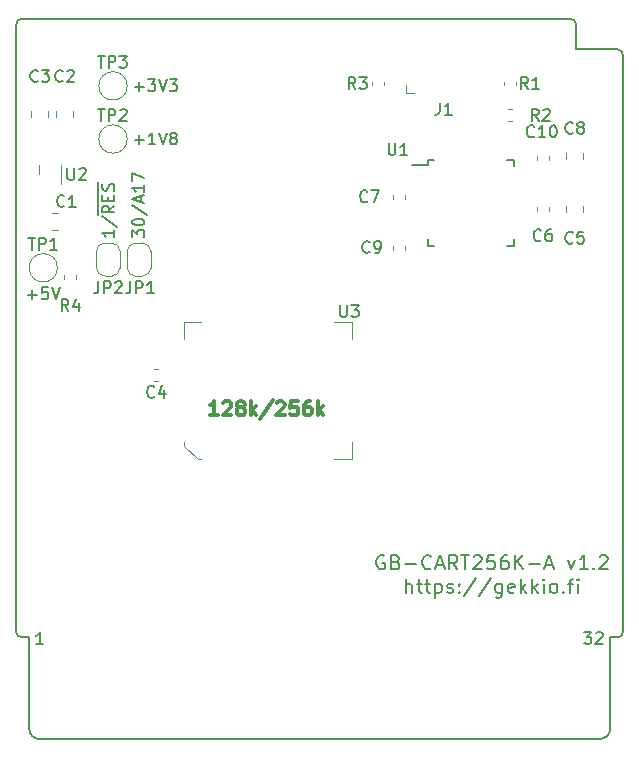
<source format=gbr>
G04 #@! TF.GenerationSoftware,KiCad,Pcbnew,5.1.5-52549c5~84~ubuntu19.10.1*
G04 #@! TF.CreationDate,2020-02-14T19:30:31+02:00*
G04 #@! TF.ProjectId,GB-CART256K-A,47422d43-4152-4543-9235-364b2d412e6b,v1.2*
G04 #@! TF.SameCoordinates,Original*
G04 #@! TF.FileFunction,Legend,Top*
G04 #@! TF.FilePolarity,Positive*
%FSLAX46Y46*%
G04 Gerber Fmt 4.6, Leading zero omitted, Abs format (unit mm)*
G04 Created by KiCad (PCBNEW 5.1.5-52549c5~84~ubuntu19.10.1) date 2020-02-14 19:30:31*
%MOMM*%
%LPD*%
G04 APERTURE LIST*
%ADD10C,0.150000*%
%ADD11C,0.300000*%
%ADD12C,0.200000*%
%ADD13C,0.120000*%
G04 APERTURE END LIST*
D10*
X74800000Y-91400000D02*
G75*
G02X74300000Y-90900000I0J500000D01*
G01*
X74300000Y-39500000D02*
G75*
G02X74800000Y-39000000I500000J0D01*
G01*
X121200000Y-39000000D02*
G75*
G02X121700000Y-39500000I0J-500000D01*
G01*
X125200000Y-41600000D02*
G75*
G02X125700000Y-42100000I0J-500000D01*
G01*
X125700000Y-90900000D02*
G75*
G02X125200000Y-91400000I-500000J0D01*
G01*
X76300000Y-100000000D02*
G75*
G02X75400000Y-99100000I0J900000D01*
G01*
X124600000Y-99100000D02*
G75*
G02X123700000Y-100000000I-900000J0D01*
G01*
D11*
X91385714Y-72592857D02*
X90700000Y-72592857D01*
X91042857Y-72592857D02*
X91042857Y-71392857D01*
X90928571Y-71564285D01*
X90814285Y-71678571D01*
X90700000Y-71735714D01*
X91842857Y-71507142D02*
X91900000Y-71450000D01*
X92014285Y-71392857D01*
X92300000Y-71392857D01*
X92414285Y-71450000D01*
X92471428Y-71507142D01*
X92528571Y-71621428D01*
X92528571Y-71735714D01*
X92471428Y-71907142D01*
X91785714Y-72592857D01*
X92528571Y-72592857D01*
X93214285Y-71907142D02*
X93100000Y-71850000D01*
X93042857Y-71792857D01*
X92985714Y-71678571D01*
X92985714Y-71621428D01*
X93042857Y-71507142D01*
X93100000Y-71450000D01*
X93214285Y-71392857D01*
X93442857Y-71392857D01*
X93557142Y-71450000D01*
X93614285Y-71507142D01*
X93671428Y-71621428D01*
X93671428Y-71678571D01*
X93614285Y-71792857D01*
X93557142Y-71850000D01*
X93442857Y-71907142D01*
X93214285Y-71907142D01*
X93100000Y-71964285D01*
X93042857Y-72021428D01*
X92985714Y-72135714D01*
X92985714Y-72364285D01*
X93042857Y-72478571D01*
X93100000Y-72535714D01*
X93214285Y-72592857D01*
X93442857Y-72592857D01*
X93557142Y-72535714D01*
X93614285Y-72478571D01*
X93671428Y-72364285D01*
X93671428Y-72135714D01*
X93614285Y-72021428D01*
X93557142Y-71964285D01*
X93442857Y-71907142D01*
X94185714Y-72592857D02*
X94185714Y-71392857D01*
X94300000Y-72135714D02*
X94642857Y-72592857D01*
X94642857Y-71792857D02*
X94185714Y-72250000D01*
X96014285Y-71335714D02*
X94985714Y-72878571D01*
X96357142Y-71507142D02*
X96414285Y-71450000D01*
X96528571Y-71392857D01*
X96814285Y-71392857D01*
X96928571Y-71450000D01*
X96985714Y-71507142D01*
X97042857Y-71621428D01*
X97042857Y-71735714D01*
X96985714Y-71907142D01*
X96300000Y-72592857D01*
X97042857Y-72592857D01*
X98128571Y-71392857D02*
X97557142Y-71392857D01*
X97500000Y-71964285D01*
X97557142Y-71907142D01*
X97671428Y-71850000D01*
X97957142Y-71850000D01*
X98071428Y-71907142D01*
X98128571Y-71964285D01*
X98185714Y-72078571D01*
X98185714Y-72364285D01*
X98128571Y-72478571D01*
X98071428Y-72535714D01*
X97957142Y-72592857D01*
X97671428Y-72592857D01*
X97557142Y-72535714D01*
X97500000Y-72478571D01*
X99214285Y-71392857D02*
X98985714Y-71392857D01*
X98871428Y-71450000D01*
X98814285Y-71507142D01*
X98700000Y-71678571D01*
X98642857Y-71907142D01*
X98642857Y-72364285D01*
X98700000Y-72478571D01*
X98757142Y-72535714D01*
X98871428Y-72592857D01*
X99100000Y-72592857D01*
X99214285Y-72535714D01*
X99271428Y-72478571D01*
X99328571Y-72364285D01*
X99328571Y-72078571D01*
X99271428Y-71964285D01*
X99214285Y-71907142D01*
X99100000Y-71850000D01*
X98871428Y-71850000D01*
X98757142Y-71907142D01*
X98700000Y-71964285D01*
X98642857Y-72078571D01*
X99842857Y-72592857D02*
X99842857Y-71392857D01*
X99957142Y-72135714D02*
X100300000Y-72592857D01*
X100300000Y-71792857D02*
X99842857Y-72250000D01*
D10*
X75264285Y-62371428D02*
X76026190Y-62371428D01*
X75645238Y-62752380D02*
X75645238Y-61990476D01*
X76978571Y-61752380D02*
X76502380Y-61752380D01*
X76454761Y-62228571D01*
X76502380Y-62180952D01*
X76597619Y-62133333D01*
X76835714Y-62133333D01*
X76930952Y-62180952D01*
X76978571Y-62228571D01*
X77026190Y-62323809D01*
X77026190Y-62561904D01*
X76978571Y-62657142D01*
X76930952Y-62704761D01*
X76835714Y-62752380D01*
X76597619Y-62752380D01*
X76502380Y-62704761D01*
X76454761Y-62657142D01*
X77311904Y-61752380D02*
X77645238Y-62752380D01*
X77978571Y-61752380D01*
X84335595Y-49271428D02*
X85097500Y-49271428D01*
X84716547Y-49652380D02*
X84716547Y-48890476D01*
X86097500Y-49652380D02*
X85526071Y-49652380D01*
X85811785Y-49652380D02*
X85811785Y-48652380D01*
X85716547Y-48795238D01*
X85621309Y-48890476D01*
X85526071Y-48938095D01*
X86383214Y-48652380D02*
X86716547Y-49652380D01*
X87049880Y-48652380D01*
X87526071Y-49080952D02*
X87430833Y-49033333D01*
X87383214Y-48985714D01*
X87335595Y-48890476D01*
X87335595Y-48842857D01*
X87383214Y-48747619D01*
X87430833Y-48700000D01*
X87526071Y-48652380D01*
X87716547Y-48652380D01*
X87811785Y-48700000D01*
X87859404Y-48747619D01*
X87907023Y-48842857D01*
X87907023Y-48890476D01*
X87859404Y-48985714D01*
X87811785Y-49033333D01*
X87716547Y-49080952D01*
X87526071Y-49080952D01*
X87430833Y-49128571D01*
X87383214Y-49176190D01*
X87335595Y-49271428D01*
X87335595Y-49461904D01*
X87383214Y-49557142D01*
X87430833Y-49604761D01*
X87526071Y-49652380D01*
X87716547Y-49652380D01*
X87811785Y-49604761D01*
X87859404Y-49557142D01*
X87907023Y-49461904D01*
X87907023Y-49271428D01*
X87859404Y-49176190D01*
X87811785Y-49128571D01*
X87716547Y-49080952D01*
X84335595Y-44771428D02*
X85097500Y-44771428D01*
X84716547Y-45152380D02*
X84716547Y-44390476D01*
X85478452Y-44152380D02*
X86097500Y-44152380D01*
X85764166Y-44533333D01*
X85907023Y-44533333D01*
X86002261Y-44580952D01*
X86049880Y-44628571D01*
X86097500Y-44723809D01*
X86097500Y-44961904D01*
X86049880Y-45057142D01*
X86002261Y-45104761D01*
X85907023Y-45152380D01*
X85621309Y-45152380D01*
X85526071Y-45104761D01*
X85478452Y-45057142D01*
X86383214Y-44152380D02*
X86716547Y-45152380D01*
X87049880Y-44152380D01*
X87287976Y-44152380D02*
X87907023Y-44152380D01*
X87573690Y-44533333D01*
X87716547Y-44533333D01*
X87811785Y-44580952D01*
X87859404Y-44628571D01*
X87907023Y-44723809D01*
X87907023Y-44961904D01*
X87859404Y-45057142D01*
X87811785Y-45104761D01*
X87716547Y-45152380D01*
X87430833Y-45152380D01*
X87335595Y-45104761D01*
X87287976Y-45057142D01*
X84152380Y-57509642D02*
X84152380Y-56890595D01*
X84533333Y-57223928D01*
X84533333Y-57081071D01*
X84580952Y-56985833D01*
X84628571Y-56938214D01*
X84723809Y-56890595D01*
X84961904Y-56890595D01*
X85057142Y-56938214D01*
X85104761Y-56985833D01*
X85152380Y-57081071D01*
X85152380Y-57366785D01*
X85104761Y-57462023D01*
X85057142Y-57509642D01*
X84152380Y-56271547D02*
X84152380Y-56176309D01*
X84200000Y-56081071D01*
X84247619Y-56033452D01*
X84342857Y-55985833D01*
X84533333Y-55938214D01*
X84771428Y-55938214D01*
X84961904Y-55985833D01*
X85057142Y-56033452D01*
X85104761Y-56081071D01*
X85152380Y-56176309D01*
X85152380Y-56271547D01*
X85104761Y-56366785D01*
X85057142Y-56414404D01*
X84961904Y-56462023D01*
X84771428Y-56509642D01*
X84533333Y-56509642D01*
X84342857Y-56462023D01*
X84247619Y-56414404D01*
X84200000Y-56366785D01*
X84152380Y-56271547D01*
X84104761Y-54795357D02*
X85390476Y-55652500D01*
X84866666Y-54509642D02*
X84866666Y-54033452D01*
X85152380Y-54604880D02*
X84152380Y-54271547D01*
X85152380Y-53938214D01*
X85152380Y-53081071D02*
X85152380Y-53652500D01*
X85152380Y-53366785D02*
X84152380Y-53366785D01*
X84295238Y-53462023D01*
X84390476Y-53557261D01*
X84438095Y-53652500D01*
X84152380Y-52747738D02*
X84152380Y-52081071D01*
X85152380Y-52509642D01*
X82602380Y-56890595D02*
X82602380Y-57462023D01*
X82602380Y-57176309D02*
X81602380Y-57176309D01*
X81745238Y-57271547D01*
X81840476Y-57366785D01*
X81888095Y-57462023D01*
X81554761Y-55747738D02*
X82840476Y-56604880D01*
X81235000Y-55652500D02*
X81235000Y-54652500D01*
X82602380Y-54842976D02*
X82126190Y-55176309D01*
X82602380Y-55414404D02*
X81602380Y-55414404D01*
X81602380Y-55033452D01*
X81650000Y-54938214D01*
X81697619Y-54890595D01*
X81792857Y-54842976D01*
X81935714Y-54842976D01*
X82030952Y-54890595D01*
X82078571Y-54938214D01*
X82126190Y-55033452D01*
X82126190Y-55414404D01*
X81235000Y-54652500D02*
X81235000Y-53747738D01*
X82078571Y-54414404D02*
X82078571Y-54081071D01*
X82602380Y-53938214D02*
X82602380Y-54414404D01*
X81602380Y-54414404D01*
X81602380Y-53938214D01*
X81235000Y-53747738D02*
X81235000Y-52795357D01*
X82554761Y-53557261D02*
X82602380Y-53414404D01*
X82602380Y-53176309D01*
X82554761Y-53081071D01*
X82507142Y-53033452D01*
X82411904Y-52985833D01*
X82316666Y-52985833D01*
X82221428Y-53033452D01*
X82173809Y-53081071D01*
X82126190Y-53176309D01*
X82078571Y-53366785D01*
X82030952Y-53462023D01*
X81983333Y-53509642D01*
X81888095Y-53557261D01*
X81792857Y-53557261D01*
X81697619Y-53509642D01*
X81650000Y-53462023D01*
X81602380Y-53366785D01*
X81602380Y-53128690D01*
X81650000Y-52985833D01*
D12*
X105485714Y-84500000D02*
X105371428Y-84442857D01*
X105200000Y-84442857D01*
X105028571Y-84500000D01*
X104914285Y-84614285D01*
X104857142Y-84728571D01*
X104800000Y-84957142D01*
X104800000Y-85128571D01*
X104857142Y-85357142D01*
X104914285Y-85471428D01*
X105028571Y-85585714D01*
X105200000Y-85642857D01*
X105314285Y-85642857D01*
X105485714Y-85585714D01*
X105542857Y-85528571D01*
X105542857Y-85128571D01*
X105314285Y-85128571D01*
X106457142Y-85014285D02*
X106628571Y-85071428D01*
X106685714Y-85128571D01*
X106742857Y-85242857D01*
X106742857Y-85414285D01*
X106685714Y-85528571D01*
X106628571Y-85585714D01*
X106514285Y-85642857D01*
X106057142Y-85642857D01*
X106057142Y-84442857D01*
X106457142Y-84442857D01*
X106571428Y-84500000D01*
X106628571Y-84557142D01*
X106685714Y-84671428D01*
X106685714Y-84785714D01*
X106628571Y-84900000D01*
X106571428Y-84957142D01*
X106457142Y-85014285D01*
X106057142Y-85014285D01*
X107257142Y-85185714D02*
X108171428Y-85185714D01*
X109428571Y-85528571D02*
X109371428Y-85585714D01*
X109200000Y-85642857D01*
X109085714Y-85642857D01*
X108914285Y-85585714D01*
X108800000Y-85471428D01*
X108742857Y-85357142D01*
X108685714Y-85128571D01*
X108685714Y-84957142D01*
X108742857Y-84728571D01*
X108800000Y-84614285D01*
X108914285Y-84500000D01*
X109085714Y-84442857D01*
X109200000Y-84442857D01*
X109371428Y-84500000D01*
X109428571Y-84557142D01*
X109885714Y-85300000D02*
X110457142Y-85300000D01*
X109771428Y-85642857D02*
X110171428Y-84442857D01*
X110571428Y-85642857D01*
X111657142Y-85642857D02*
X111257142Y-85071428D01*
X110971428Y-85642857D02*
X110971428Y-84442857D01*
X111428571Y-84442857D01*
X111542857Y-84500000D01*
X111600000Y-84557142D01*
X111657142Y-84671428D01*
X111657142Y-84842857D01*
X111600000Y-84957142D01*
X111542857Y-85014285D01*
X111428571Y-85071428D01*
X110971428Y-85071428D01*
X112000000Y-84442857D02*
X112685714Y-84442857D01*
X112342857Y-85642857D02*
X112342857Y-84442857D01*
X113028571Y-84557142D02*
X113085714Y-84500000D01*
X113200000Y-84442857D01*
X113485714Y-84442857D01*
X113600000Y-84500000D01*
X113657142Y-84557142D01*
X113714285Y-84671428D01*
X113714285Y-84785714D01*
X113657142Y-84957142D01*
X112971428Y-85642857D01*
X113714285Y-85642857D01*
X114800000Y-84442857D02*
X114228571Y-84442857D01*
X114171428Y-85014285D01*
X114228571Y-84957142D01*
X114342857Y-84900000D01*
X114628571Y-84900000D01*
X114742857Y-84957142D01*
X114800000Y-85014285D01*
X114857142Y-85128571D01*
X114857142Y-85414285D01*
X114800000Y-85528571D01*
X114742857Y-85585714D01*
X114628571Y-85642857D01*
X114342857Y-85642857D01*
X114228571Y-85585714D01*
X114171428Y-85528571D01*
X115885714Y-84442857D02*
X115657142Y-84442857D01*
X115542857Y-84500000D01*
X115485714Y-84557142D01*
X115371428Y-84728571D01*
X115314285Y-84957142D01*
X115314285Y-85414285D01*
X115371428Y-85528571D01*
X115428571Y-85585714D01*
X115542857Y-85642857D01*
X115771428Y-85642857D01*
X115885714Y-85585714D01*
X115942857Y-85528571D01*
X116000000Y-85414285D01*
X116000000Y-85128571D01*
X115942857Y-85014285D01*
X115885714Y-84957142D01*
X115771428Y-84900000D01*
X115542857Y-84900000D01*
X115428571Y-84957142D01*
X115371428Y-85014285D01*
X115314285Y-85128571D01*
X116514285Y-85642857D02*
X116514285Y-84442857D01*
X117200000Y-85642857D02*
X116685714Y-84957142D01*
X117200000Y-84442857D02*
X116514285Y-85128571D01*
X117714285Y-85185714D02*
X118628571Y-85185714D01*
X119142857Y-85300000D02*
X119714285Y-85300000D01*
X119028571Y-85642857D02*
X119428571Y-84442857D01*
X119828571Y-85642857D01*
X121028571Y-84842857D02*
X121314285Y-85642857D01*
X121600000Y-84842857D01*
X122685714Y-85642857D02*
X122000000Y-85642857D01*
X122342857Y-85642857D02*
X122342857Y-84442857D01*
X122228571Y-84614285D01*
X122114285Y-84728571D01*
X122000000Y-84785714D01*
X123200000Y-85528571D02*
X123257142Y-85585714D01*
X123200000Y-85642857D01*
X123142857Y-85585714D01*
X123200000Y-85528571D01*
X123200000Y-85642857D01*
X123714285Y-84557142D02*
X123771428Y-84500000D01*
X123885714Y-84442857D01*
X124171428Y-84442857D01*
X124285714Y-84500000D01*
X124342857Y-84557142D01*
X124399999Y-84671428D01*
X124399999Y-84785714D01*
X124342857Y-84957142D01*
X123657142Y-85642857D01*
X124399999Y-85642857D01*
X107314285Y-87642857D02*
X107314285Y-86442857D01*
X107828571Y-87642857D02*
X107828571Y-87014285D01*
X107771428Y-86900000D01*
X107657142Y-86842857D01*
X107485714Y-86842857D01*
X107371428Y-86900000D01*
X107314285Y-86957142D01*
X108228571Y-86842857D02*
X108685714Y-86842857D01*
X108400000Y-86442857D02*
X108400000Y-87471428D01*
X108457142Y-87585714D01*
X108571428Y-87642857D01*
X108685714Y-87642857D01*
X108914285Y-86842857D02*
X109371428Y-86842857D01*
X109085714Y-86442857D02*
X109085714Y-87471428D01*
X109142857Y-87585714D01*
X109257142Y-87642857D01*
X109371428Y-87642857D01*
X109771428Y-86842857D02*
X109771428Y-88042857D01*
X109771428Y-86900000D02*
X109885714Y-86842857D01*
X110114285Y-86842857D01*
X110228571Y-86900000D01*
X110285714Y-86957142D01*
X110342857Y-87071428D01*
X110342857Y-87414285D01*
X110285714Y-87528571D01*
X110228571Y-87585714D01*
X110114285Y-87642857D01*
X109885714Y-87642857D01*
X109771428Y-87585714D01*
X110800000Y-87585714D02*
X110914285Y-87642857D01*
X111142857Y-87642857D01*
X111257142Y-87585714D01*
X111314285Y-87471428D01*
X111314285Y-87414285D01*
X111257142Y-87300000D01*
X111142857Y-87242857D01*
X110971428Y-87242857D01*
X110857142Y-87185714D01*
X110800000Y-87071428D01*
X110800000Y-87014285D01*
X110857142Y-86900000D01*
X110971428Y-86842857D01*
X111142857Y-86842857D01*
X111257142Y-86900000D01*
X111828571Y-87528571D02*
X111885714Y-87585714D01*
X111828571Y-87642857D01*
X111771428Y-87585714D01*
X111828571Y-87528571D01*
X111828571Y-87642857D01*
X111828571Y-86900000D02*
X111885714Y-86957142D01*
X111828571Y-87014285D01*
X111771428Y-86957142D01*
X111828571Y-86900000D01*
X111828571Y-87014285D01*
X113257142Y-86385714D02*
X112228571Y-87928571D01*
X114514285Y-86385714D02*
X113485714Y-87928571D01*
X115428571Y-86842857D02*
X115428571Y-87814285D01*
X115371428Y-87928571D01*
X115314285Y-87985714D01*
X115200000Y-88042857D01*
X115028571Y-88042857D01*
X114914285Y-87985714D01*
X115428571Y-87585714D02*
X115314285Y-87642857D01*
X115085714Y-87642857D01*
X114971428Y-87585714D01*
X114914285Y-87528571D01*
X114857142Y-87414285D01*
X114857142Y-87071428D01*
X114914285Y-86957142D01*
X114971428Y-86900000D01*
X115085714Y-86842857D01*
X115314285Y-86842857D01*
X115428571Y-86900000D01*
X116457142Y-87585714D02*
X116342857Y-87642857D01*
X116114285Y-87642857D01*
X116000000Y-87585714D01*
X115942857Y-87471428D01*
X115942857Y-87014285D01*
X116000000Y-86900000D01*
X116114285Y-86842857D01*
X116342857Y-86842857D01*
X116457142Y-86900000D01*
X116514285Y-87014285D01*
X116514285Y-87128571D01*
X115942857Y-87242857D01*
X117028571Y-87642857D02*
X117028571Y-86442857D01*
X117142857Y-87185714D02*
X117485714Y-87642857D01*
X117485714Y-86842857D02*
X117028571Y-87300000D01*
X118000000Y-87642857D02*
X118000000Y-86442857D01*
X118114285Y-87185714D02*
X118457142Y-87642857D01*
X118457142Y-86842857D02*
X118000000Y-87300000D01*
X118971428Y-87642857D02*
X118971428Y-86842857D01*
X118971428Y-86442857D02*
X118914285Y-86500000D01*
X118971428Y-86557142D01*
X119028571Y-86500000D01*
X118971428Y-86442857D01*
X118971428Y-86557142D01*
X119714285Y-87642857D02*
X119600000Y-87585714D01*
X119542857Y-87528571D01*
X119485714Y-87414285D01*
X119485714Y-87071428D01*
X119542857Y-86957142D01*
X119600000Y-86900000D01*
X119714285Y-86842857D01*
X119885714Y-86842857D01*
X120000000Y-86900000D01*
X120057142Y-86957142D01*
X120114285Y-87071428D01*
X120114285Y-87414285D01*
X120057142Y-87528571D01*
X120000000Y-87585714D01*
X119885714Y-87642857D01*
X119714285Y-87642857D01*
X120628571Y-87528571D02*
X120685714Y-87585714D01*
X120628571Y-87642857D01*
X120571428Y-87585714D01*
X120628571Y-87528571D01*
X120628571Y-87642857D01*
X121028571Y-86842857D02*
X121485714Y-86842857D01*
X121200000Y-87642857D02*
X121200000Y-86614285D01*
X121257142Y-86500000D01*
X121371428Y-86442857D01*
X121485714Y-86442857D01*
X121885714Y-87642857D02*
X121885714Y-86842857D01*
X121885714Y-86442857D02*
X121828571Y-86500000D01*
X121885714Y-86557142D01*
X121942857Y-86500000D01*
X121885714Y-86442857D01*
X121885714Y-86557142D01*
D10*
X121700000Y-39500000D02*
X121700000Y-41600000D01*
X74800000Y-39000000D02*
X121200000Y-39000000D01*
X125200000Y-41600000D02*
X121700000Y-41600000D01*
X74300000Y-90900000D02*
X74300000Y-39500000D01*
X75400000Y-91400000D02*
X74800000Y-91400000D01*
X75400000Y-99100000D02*
X75400000Y-91400000D01*
X125700000Y-90900000D02*
X125700000Y-42100000D01*
X124600000Y-91400000D02*
X125200000Y-91400000D01*
X124600000Y-99100000D02*
X124600000Y-91400000D01*
X76300000Y-100000000D02*
X123700000Y-100000000D01*
D13*
X107960000Y-45270000D02*
X107325000Y-45270000D01*
X107325000Y-45270000D02*
X107325000Y-44635000D01*
X86325511Y-68695960D02*
X85999953Y-68695960D01*
X86325511Y-69715960D02*
X85999953Y-69715960D01*
X118390000Y-54937221D02*
X118390000Y-55262779D01*
X119410000Y-54937221D02*
X119410000Y-55262779D01*
X107210000Y-54262779D02*
X107210000Y-53937221D01*
X106190000Y-54262779D02*
X106190000Y-53937221D01*
X106190000Y-58237221D02*
X106190000Y-58562779D01*
X107210000Y-58237221D02*
X107210000Y-58562779D01*
X119410000Y-50962779D02*
X119410000Y-50637221D01*
X118390000Y-50962779D02*
X118390000Y-50637221D01*
X79110000Y-47358578D02*
X79110000Y-46841422D01*
X77690000Y-47358578D02*
X77690000Y-46841422D01*
X77010000Y-47358578D02*
X77010000Y-46841422D01*
X75590000Y-47358578D02*
X75590000Y-46841422D01*
X120890000Y-54841422D02*
X120890000Y-55358578D01*
X122310000Y-54841422D02*
X122310000Y-55358578D01*
X122310000Y-50858578D02*
X122310000Y-50341422D01*
X120890000Y-50858578D02*
X120890000Y-50341422D01*
X77341422Y-56860000D02*
X77858578Y-56860000D01*
X77341422Y-55440000D02*
X77858578Y-55440000D01*
X83100000Y-58700000D02*
X83100000Y-60100000D01*
X82400000Y-60800000D02*
X81800000Y-60800000D01*
X81100000Y-60100000D02*
X81100000Y-58700000D01*
X81800000Y-58000000D02*
X82400000Y-58000000D01*
X82400000Y-58000000D02*
G75*
G02X83100000Y-58700000I0J-700000D01*
G01*
X81100000Y-58700000D02*
G75*
G02X81800000Y-58000000I700000J0D01*
G01*
X81800000Y-60800000D02*
G75*
G02X81100000Y-60100000I0J700000D01*
G01*
X83100000Y-60100000D02*
G75*
G02X82400000Y-60800000I-700000J0D01*
G01*
X85700000Y-58700000D02*
X85700000Y-60100000D01*
X85000000Y-60800000D02*
X84400000Y-60800000D01*
X83700000Y-60100000D02*
X83700000Y-58700000D01*
X84400000Y-58000000D02*
X85000000Y-58000000D01*
X85000000Y-58000000D02*
G75*
G02X85700000Y-58700000I0J-700000D01*
G01*
X83700000Y-58700000D02*
G75*
G02X84400000Y-58000000I700000J0D01*
G01*
X84400000Y-60800000D02*
G75*
G02X83700000Y-60100000I0J700000D01*
G01*
X85700000Y-60100000D02*
G75*
G02X85000000Y-60800000I-700000J0D01*
G01*
X78060000Y-53000000D02*
X78060000Y-51400000D01*
X76240000Y-52200000D02*
X76240000Y-51400000D01*
X89689950Y-76330960D02*
X89972732Y-76330960D01*
X88517732Y-75158742D02*
X89689950Y-76330960D01*
X88517732Y-74875960D02*
X88517732Y-75158742D01*
X102707732Y-64680960D02*
X101252732Y-64680960D01*
X102707732Y-66135960D02*
X102707732Y-64680960D01*
X102707732Y-76330960D02*
X101252732Y-76330960D01*
X102707732Y-74875960D02*
X102707732Y-76330960D01*
X88517732Y-64680960D02*
X89972732Y-64680960D01*
X88517732Y-66135960D02*
X88517732Y-64680960D01*
D10*
X109175000Y-51400000D02*
X107800000Y-51400000D01*
X116425000Y-50975000D02*
X115900000Y-50975000D01*
X116425000Y-58225000D02*
X115900000Y-58225000D01*
X109175000Y-58225000D02*
X109700000Y-58225000D01*
X109175000Y-50975000D02*
X109700000Y-50975000D01*
X109175000Y-58225000D02*
X109175000Y-57700000D01*
X116425000Y-58225000D02*
X116425000Y-57700000D01*
X116425000Y-50975000D02*
X116425000Y-51500000D01*
X109175000Y-50975000D02*
X109175000Y-51400000D01*
D13*
X115590000Y-44337221D02*
X115590000Y-44662779D01*
X116610000Y-44337221D02*
X116610000Y-44662779D01*
X116262779Y-46690000D02*
X115937221Y-46690000D01*
X116262779Y-47710000D02*
X115937221Y-47710000D01*
X105410000Y-44662779D02*
X105410000Y-44337221D01*
X104390000Y-44662779D02*
X104390000Y-44337221D01*
X78390000Y-60737221D02*
X78390000Y-61062779D01*
X79410000Y-60737221D02*
X79410000Y-61062779D01*
X83700000Y-44700000D02*
G75*
G03X83700000Y-44700000I-1200000J0D01*
G01*
X77800000Y-60100000D02*
G75*
G03X77800000Y-60100000I-1200000J0D01*
G01*
X83700000Y-49200000D02*
G75*
G03X83700000Y-49200000I-1200000J0D01*
G01*
D10*
X110166666Y-46152380D02*
X110166666Y-46866666D01*
X110119047Y-47009523D01*
X110023809Y-47104761D01*
X109880952Y-47152380D01*
X109785714Y-47152380D01*
X111166666Y-47152380D02*
X110595238Y-47152380D01*
X110880952Y-47152380D02*
X110880952Y-46152380D01*
X110785714Y-46295238D01*
X110690476Y-46390476D01*
X110595238Y-46438095D01*
X85996065Y-70993102D02*
X85948446Y-71040721D01*
X85805589Y-71088340D01*
X85710351Y-71088340D01*
X85567493Y-71040721D01*
X85472255Y-70945483D01*
X85424636Y-70850245D01*
X85377017Y-70659769D01*
X85377017Y-70516912D01*
X85424636Y-70326436D01*
X85472255Y-70231198D01*
X85567493Y-70135960D01*
X85710351Y-70088340D01*
X85805589Y-70088340D01*
X85948446Y-70135960D01*
X85996065Y-70183579D01*
X86853208Y-70421674D02*
X86853208Y-71088340D01*
X86615112Y-70040721D02*
X86377017Y-70755007D01*
X86996065Y-70755007D01*
X118733333Y-57757142D02*
X118685714Y-57804761D01*
X118542857Y-57852380D01*
X118447619Y-57852380D01*
X118304761Y-57804761D01*
X118209523Y-57709523D01*
X118161904Y-57614285D01*
X118114285Y-57423809D01*
X118114285Y-57280952D01*
X118161904Y-57090476D01*
X118209523Y-56995238D01*
X118304761Y-56900000D01*
X118447619Y-56852380D01*
X118542857Y-56852380D01*
X118685714Y-56900000D01*
X118733333Y-56947619D01*
X119590476Y-56852380D02*
X119400000Y-56852380D01*
X119304761Y-56900000D01*
X119257142Y-56947619D01*
X119161904Y-57090476D01*
X119114285Y-57280952D01*
X119114285Y-57661904D01*
X119161904Y-57757142D01*
X119209523Y-57804761D01*
X119304761Y-57852380D01*
X119495238Y-57852380D01*
X119590476Y-57804761D01*
X119638095Y-57757142D01*
X119685714Y-57661904D01*
X119685714Y-57423809D01*
X119638095Y-57328571D01*
X119590476Y-57280952D01*
X119495238Y-57233333D01*
X119304761Y-57233333D01*
X119209523Y-57280952D01*
X119161904Y-57328571D01*
X119114285Y-57423809D01*
X104033333Y-54457142D02*
X103985714Y-54504761D01*
X103842857Y-54552380D01*
X103747619Y-54552380D01*
X103604761Y-54504761D01*
X103509523Y-54409523D01*
X103461904Y-54314285D01*
X103414285Y-54123809D01*
X103414285Y-53980952D01*
X103461904Y-53790476D01*
X103509523Y-53695238D01*
X103604761Y-53600000D01*
X103747619Y-53552380D01*
X103842857Y-53552380D01*
X103985714Y-53600000D01*
X104033333Y-53647619D01*
X104366666Y-53552380D02*
X105033333Y-53552380D01*
X104604761Y-54552380D01*
X104233333Y-58757142D02*
X104185714Y-58804761D01*
X104042857Y-58852380D01*
X103947619Y-58852380D01*
X103804761Y-58804761D01*
X103709523Y-58709523D01*
X103661904Y-58614285D01*
X103614285Y-58423809D01*
X103614285Y-58280952D01*
X103661904Y-58090476D01*
X103709523Y-57995238D01*
X103804761Y-57900000D01*
X103947619Y-57852380D01*
X104042857Y-57852380D01*
X104185714Y-57900000D01*
X104233333Y-57947619D01*
X104709523Y-58852380D02*
X104900000Y-58852380D01*
X104995238Y-58804761D01*
X105042857Y-58757142D01*
X105138095Y-58614285D01*
X105185714Y-58423809D01*
X105185714Y-58042857D01*
X105138095Y-57947619D01*
X105090476Y-57900000D01*
X104995238Y-57852380D01*
X104804761Y-57852380D01*
X104709523Y-57900000D01*
X104661904Y-57947619D01*
X104614285Y-58042857D01*
X104614285Y-58280952D01*
X104661904Y-58376190D01*
X104709523Y-58423809D01*
X104804761Y-58471428D01*
X104995238Y-58471428D01*
X105090476Y-58423809D01*
X105138095Y-58376190D01*
X105185714Y-58280952D01*
X118157142Y-48957142D02*
X118109523Y-49004761D01*
X117966666Y-49052380D01*
X117871428Y-49052380D01*
X117728571Y-49004761D01*
X117633333Y-48909523D01*
X117585714Y-48814285D01*
X117538095Y-48623809D01*
X117538095Y-48480952D01*
X117585714Y-48290476D01*
X117633333Y-48195238D01*
X117728571Y-48100000D01*
X117871428Y-48052380D01*
X117966666Y-48052380D01*
X118109523Y-48100000D01*
X118157142Y-48147619D01*
X119109523Y-49052380D02*
X118538095Y-49052380D01*
X118823809Y-49052380D02*
X118823809Y-48052380D01*
X118728571Y-48195238D01*
X118633333Y-48290476D01*
X118538095Y-48338095D01*
X119728571Y-48052380D02*
X119823809Y-48052380D01*
X119919047Y-48100000D01*
X119966666Y-48147619D01*
X120014285Y-48242857D01*
X120061904Y-48433333D01*
X120061904Y-48671428D01*
X120014285Y-48861904D01*
X119966666Y-48957142D01*
X119919047Y-49004761D01*
X119823809Y-49052380D01*
X119728571Y-49052380D01*
X119633333Y-49004761D01*
X119585714Y-48957142D01*
X119538095Y-48861904D01*
X119490476Y-48671428D01*
X119490476Y-48433333D01*
X119538095Y-48242857D01*
X119585714Y-48147619D01*
X119633333Y-48100000D01*
X119728571Y-48052380D01*
X78233333Y-44257142D02*
X78185714Y-44304761D01*
X78042857Y-44352380D01*
X77947619Y-44352380D01*
X77804761Y-44304761D01*
X77709523Y-44209523D01*
X77661904Y-44114285D01*
X77614285Y-43923809D01*
X77614285Y-43780952D01*
X77661904Y-43590476D01*
X77709523Y-43495238D01*
X77804761Y-43400000D01*
X77947619Y-43352380D01*
X78042857Y-43352380D01*
X78185714Y-43400000D01*
X78233333Y-43447619D01*
X78614285Y-43447619D02*
X78661904Y-43400000D01*
X78757142Y-43352380D01*
X78995238Y-43352380D01*
X79090476Y-43400000D01*
X79138095Y-43447619D01*
X79185714Y-43542857D01*
X79185714Y-43638095D01*
X79138095Y-43780952D01*
X78566666Y-44352380D01*
X79185714Y-44352380D01*
X76133333Y-44257142D02*
X76085714Y-44304761D01*
X75942857Y-44352380D01*
X75847619Y-44352380D01*
X75704761Y-44304761D01*
X75609523Y-44209523D01*
X75561904Y-44114285D01*
X75514285Y-43923809D01*
X75514285Y-43780952D01*
X75561904Y-43590476D01*
X75609523Y-43495238D01*
X75704761Y-43400000D01*
X75847619Y-43352380D01*
X75942857Y-43352380D01*
X76085714Y-43400000D01*
X76133333Y-43447619D01*
X76466666Y-43352380D02*
X77085714Y-43352380D01*
X76752380Y-43733333D01*
X76895238Y-43733333D01*
X76990476Y-43780952D01*
X77038095Y-43828571D01*
X77085714Y-43923809D01*
X77085714Y-44161904D01*
X77038095Y-44257142D01*
X76990476Y-44304761D01*
X76895238Y-44352380D01*
X76609523Y-44352380D01*
X76514285Y-44304761D01*
X76466666Y-44257142D01*
X121433333Y-57957142D02*
X121385714Y-58004761D01*
X121242857Y-58052380D01*
X121147619Y-58052380D01*
X121004761Y-58004761D01*
X120909523Y-57909523D01*
X120861904Y-57814285D01*
X120814285Y-57623809D01*
X120814285Y-57480952D01*
X120861904Y-57290476D01*
X120909523Y-57195238D01*
X121004761Y-57100000D01*
X121147619Y-57052380D01*
X121242857Y-57052380D01*
X121385714Y-57100000D01*
X121433333Y-57147619D01*
X122338095Y-57052380D02*
X121861904Y-57052380D01*
X121814285Y-57528571D01*
X121861904Y-57480952D01*
X121957142Y-57433333D01*
X122195238Y-57433333D01*
X122290476Y-57480952D01*
X122338095Y-57528571D01*
X122385714Y-57623809D01*
X122385714Y-57861904D01*
X122338095Y-57957142D01*
X122290476Y-58004761D01*
X122195238Y-58052380D01*
X121957142Y-58052380D01*
X121861904Y-58004761D01*
X121814285Y-57957142D01*
X121433333Y-48657142D02*
X121385714Y-48704761D01*
X121242857Y-48752380D01*
X121147619Y-48752380D01*
X121004761Y-48704761D01*
X120909523Y-48609523D01*
X120861904Y-48514285D01*
X120814285Y-48323809D01*
X120814285Y-48180952D01*
X120861904Y-47990476D01*
X120909523Y-47895238D01*
X121004761Y-47800000D01*
X121147619Y-47752380D01*
X121242857Y-47752380D01*
X121385714Y-47800000D01*
X121433333Y-47847619D01*
X122004761Y-48180952D02*
X121909523Y-48133333D01*
X121861904Y-48085714D01*
X121814285Y-47990476D01*
X121814285Y-47942857D01*
X121861904Y-47847619D01*
X121909523Y-47800000D01*
X122004761Y-47752380D01*
X122195238Y-47752380D01*
X122290476Y-47800000D01*
X122338095Y-47847619D01*
X122385714Y-47942857D01*
X122385714Y-47990476D01*
X122338095Y-48085714D01*
X122290476Y-48133333D01*
X122195238Y-48180952D01*
X122004761Y-48180952D01*
X121909523Y-48228571D01*
X121861904Y-48276190D01*
X121814285Y-48371428D01*
X121814285Y-48561904D01*
X121861904Y-48657142D01*
X121909523Y-48704761D01*
X122004761Y-48752380D01*
X122195238Y-48752380D01*
X122290476Y-48704761D01*
X122338095Y-48657142D01*
X122385714Y-48561904D01*
X122385714Y-48371428D01*
X122338095Y-48276190D01*
X122290476Y-48228571D01*
X122195238Y-48180952D01*
X78383333Y-54857142D02*
X78335714Y-54904761D01*
X78192857Y-54952380D01*
X78097619Y-54952380D01*
X77954761Y-54904761D01*
X77859523Y-54809523D01*
X77811904Y-54714285D01*
X77764285Y-54523809D01*
X77764285Y-54380952D01*
X77811904Y-54190476D01*
X77859523Y-54095238D01*
X77954761Y-54000000D01*
X78097619Y-53952380D01*
X78192857Y-53952380D01*
X78335714Y-54000000D01*
X78383333Y-54047619D01*
X79335714Y-54952380D02*
X78764285Y-54952380D01*
X79050000Y-54952380D02*
X79050000Y-53952380D01*
X78954761Y-54095238D01*
X78859523Y-54190476D01*
X78764285Y-54238095D01*
X76585714Y-91952380D02*
X76014285Y-91952380D01*
X76300000Y-91952380D02*
X76300000Y-90952380D01*
X76204761Y-91095238D01*
X76109523Y-91190476D01*
X76014285Y-91238095D01*
X122390476Y-90952380D02*
X123009523Y-90952380D01*
X122676190Y-91333333D01*
X122819047Y-91333333D01*
X122914285Y-91380952D01*
X122961904Y-91428571D01*
X123009523Y-91523809D01*
X123009523Y-91761904D01*
X122961904Y-91857142D01*
X122914285Y-91904761D01*
X122819047Y-91952380D01*
X122533333Y-91952380D01*
X122438095Y-91904761D01*
X122390476Y-91857142D01*
X123390476Y-91047619D02*
X123438095Y-91000000D01*
X123533333Y-90952380D01*
X123771428Y-90952380D01*
X123866666Y-91000000D01*
X123914285Y-91047619D01*
X123961904Y-91142857D01*
X123961904Y-91238095D01*
X123914285Y-91380952D01*
X123342857Y-91952380D01*
X123961904Y-91952380D01*
X81266666Y-61252380D02*
X81266666Y-61966666D01*
X81219047Y-62109523D01*
X81123809Y-62204761D01*
X80980952Y-62252380D01*
X80885714Y-62252380D01*
X81742857Y-62252380D02*
X81742857Y-61252380D01*
X82123809Y-61252380D01*
X82219047Y-61300000D01*
X82266666Y-61347619D01*
X82314285Y-61442857D01*
X82314285Y-61585714D01*
X82266666Y-61680952D01*
X82219047Y-61728571D01*
X82123809Y-61776190D01*
X81742857Y-61776190D01*
X82695238Y-61347619D02*
X82742857Y-61300000D01*
X82838095Y-61252380D01*
X83076190Y-61252380D01*
X83171428Y-61300000D01*
X83219047Y-61347619D01*
X83266666Y-61442857D01*
X83266666Y-61538095D01*
X83219047Y-61680952D01*
X82647619Y-62252380D01*
X83266666Y-62252380D01*
X83966666Y-61252380D02*
X83966666Y-61966666D01*
X83919047Y-62109523D01*
X83823809Y-62204761D01*
X83680952Y-62252380D01*
X83585714Y-62252380D01*
X84442857Y-62252380D02*
X84442857Y-61252380D01*
X84823809Y-61252380D01*
X84919047Y-61300000D01*
X84966666Y-61347619D01*
X85014285Y-61442857D01*
X85014285Y-61585714D01*
X84966666Y-61680952D01*
X84919047Y-61728571D01*
X84823809Y-61776190D01*
X84442857Y-61776190D01*
X85966666Y-62252380D02*
X85395238Y-62252380D01*
X85680952Y-62252380D02*
X85680952Y-61252380D01*
X85585714Y-61395238D01*
X85490476Y-61490476D01*
X85395238Y-61538095D01*
X78638095Y-51652380D02*
X78638095Y-52461904D01*
X78685714Y-52557142D01*
X78733333Y-52604761D01*
X78828571Y-52652380D01*
X79019047Y-52652380D01*
X79114285Y-52604761D01*
X79161904Y-52557142D01*
X79209523Y-52461904D01*
X79209523Y-51652380D01*
X79638095Y-51747619D02*
X79685714Y-51700000D01*
X79780952Y-51652380D01*
X80019047Y-51652380D01*
X80114285Y-51700000D01*
X80161904Y-51747619D01*
X80209523Y-51842857D01*
X80209523Y-51938095D01*
X80161904Y-52080952D01*
X79590476Y-52652380D01*
X80209523Y-52652380D01*
X101738095Y-63252380D02*
X101738095Y-64061904D01*
X101785714Y-64157142D01*
X101833333Y-64204761D01*
X101928571Y-64252380D01*
X102119047Y-64252380D01*
X102214285Y-64204761D01*
X102261904Y-64157142D01*
X102309523Y-64061904D01*
X102309523Y-63252380D01*
X102690476Y-63252380D02*
X103309523Y-63252380D01*
X102976190Y-63633333D01*
X103119047Y-63633333D01*
X103214285Y-63680952D01*
X103261904Y-63728571D01*
X103309523Y-63823809D01*
X103309523Y-64061904D01*
X103261904Y-64157142D01*
X103214285Y-64204761D01*
X103119047Y-64252380D01*
X102833333Y-64252380D01*
X102738095Y-64204761D01*
X102690476Y-64157142D01*
X105838095Y-49552380D02*
X105838095Y-50361904D01*
X105885714Y-50457142D01*
X105933333Y-50504761D01*
X106028571Y-50552380D01*
X106219047Y-50552380D01*
X106314285Y-50504761D01*
X106361904Y-50457142D01*
X106409523Y-50361904D01*
X106409523Y-49552380D01*
X107409523Y-50552380D02*
X106838095Y-50552380D01*
X107123809Y-50552380D02*
X107123809Y-49552380D01*
X107028571Y-49695238D01*
X106933333Y-49790476D01*
X106838095Y-49838095D01*
X117633333Y-44952380D02*
X117300000Y-44476190D01*
X117061904Y-44952380D02*
X117061904Y-43952380D01*
X117442857Y-43952380D01*
X117538095Y-44000000D01*
X117585714Y-44047619D01*
X117633333Y-44142857D01*
X117633333Y-44285714D01*
X117585714Y-44380952D01*
X117538095Y-44428571D01*
X117442857Y-44476190D01*
X117061904Y-44476190D01*
X118585714Y-44952380D02*
X118014285Y-44952380D01*
X118300000Y-44952380D02*
X118300000Y-43952380D01*
X118204761Y-44095238D01*
X118109523Y-44190476D01*
X118014285Y-44238095D01*
X118533333Y-47652380D02*
X118200000Y-47176190D01*
X117961904Y-47652380D02*
X117961904Y-46652380D01*
X118342857Y-46652380D01*
X118438095Y-46700000D01*
X118485714Y-46747619D01*
X118533333Y-46842857D01*
X118533333Y-46985714D01*
X118485714Y-47080952D01*
X118438095Y-47128571D01*
X118342857Y-47176190D01*
X117961904Y-47176190D01*
X118914285Y-46747619D02*
X118961904Y-46700000D01*
X119057142Y-46652380D01*
X119295238Y-46652380D01*
X119390476Y-46700000D01*
X119438095Y-46747619D01*
X119485714Y-46842857D01*
X119485714Y-46938095D01*
X119438095Y-47080952D01*
X118866666Y-47652380D01*
X119485714Y-47652380D01*
X103033333Y-44952380D02*
X102700000Y-44476190D01*
X102461904Y-44952380D02*
X102461904Y-43952380D01*
X102842857Y-43952380D01*
X102938095Y-44000000D01*
X102985714Y-44047619D01*
X103033333Y-44142857D01*
X103033333Y-44285714D01*
X102985714Y-44380952D01*
X102938095Y-44428571D01*
X102842857Y-44476190D01*
X102461904Y-44476190D01*
X103366666Y-43952380D02*
X103985714Y-43952380D01*
X103652380Y-44333333D01*
X103795238Y-44333333D01*
X103890476Y-44380952D01*
X103938095Y-44428571D01*
X103985714Y-44523809D01*
X103985714Y-44761904D01*
X103938095Y-44857142D01*
X103890476Y-44904761D01*
X103795238Y-44952380D01*
X103509523Y-44952380D01*
X103414285Y-44904761D01*
X103366666Y-44857142D01*
X78733333Y-63752380D02*
X78400000Y-63276190D01*
X78161904Y-63752380D02*
X78161904Y-62752380D01*
X78542857Y-62752380D01*
X78638095Y-62800000D01*
X78685714Y-62847619D01*
X78733333Y-62942857D01*
X78733333Y-63085714D01*
X78685714Y-63180952D01*
X78638095Y-63228571D01*
X78542857Y-63276190D01*
X78161904Y-63276190D01*
X79590476Y-63085714D02*
X79590476Y-63752380D01*
X79352380Y-62704761D02*
X79114285Y-63419047D01*
X79733333Y-63419047D01*
X81238095Y-42154380D02*
X81809523Y-42154380D01*
X81523809Y-43154380D02*
X81523809Y-42154380D01*
X82142857Y-43154380D02*
X82142857Y-42154380D01*
X82523809Y-42154380D01*
X82619047Y-42202000D01*
X82666666Y-42249619D01*
X82714285Y-42344857D01*
X82714285Y-42487714D01*
X82666666Y-42582952D01*
X82619047Y-42630571D01*
X82523809Y-42678190D01*
X82142857Y-42678190D01*
X83047619Y-42154380D02*
X83666666Y-42154380D01*
X83333333Y-42535333D01*
X83476190Y-42535333D01*
X83571428Y-42582952D01*
X83619047Y-42630571D01*
X83666666Y-42725809D01*
X83666666Y-42963904D01*
X83619047Y-43059142D01*
X83571428Y-43106761D01*
X83476190Y-43154380D01*
X83190476Y-43154380D01*
X83095238Y-43106761D01*
X83047619Y-43059142D01*
X75338095Y-57554380D02*
X75909523Y-57554380D01*
X75623809Y-58554380D02*
X75623809Y-57554380D01*
X76242857Y-58554380D02*
X76242857Y-57554380D01*
X76623809Y-57554380D01*
X76719047Y-57602000D01*
X76766666Y-57649619D01*
X76814285Y-57744857D01*
X76814285Y-57887714D01*
X76766666Y-57982952D01*
X76719047Y-58030571D01*
X76623809Y-58078190D01*
X76242857Y-58078190D01*
X77766666Y-58554380D02*
X77195238Y-58554380D01*
X77480952Y-58554380D02*
X77480952Y-57554380D01*
X77385714Y-57697238D01*
X77290476Y-57792476D01*
X77195238Y-57840095D01*
X81238095Y-46654380D02*
X81809523Y-46654380D01*
X81523809Y-47654380D02*
X81523809Y-46654380D01*
X82142857Y-47654380D02*
X82142857Y-46654380D01*
X82523809Y-46654380D01*
X82619047Y-46702000D01*
X82666666Y-46749619D01*
X82714285Y-46844857D01*
X82714285Y-46987714D01*
X82666666Y-47082952D01*
X82619047Y-47130571D01*
X82523809Y-47178190D01*
X82142857Y-47178190D01*
X83095238Y-46749619D02*
X83142857Y-46702000D01*
X83238095Y-46654380D01*
X83476190Y-46654380D01*
X83571428Y-46702000D01*
X83619047Y-46749619D01*
X83666666Y-46844857D01*
X83666666Y-46940095D01*
X83619047Y-47082952D01*
X83047619Y-47654380D01*
X83666666Y-47654380D01*
M02*

</source>
